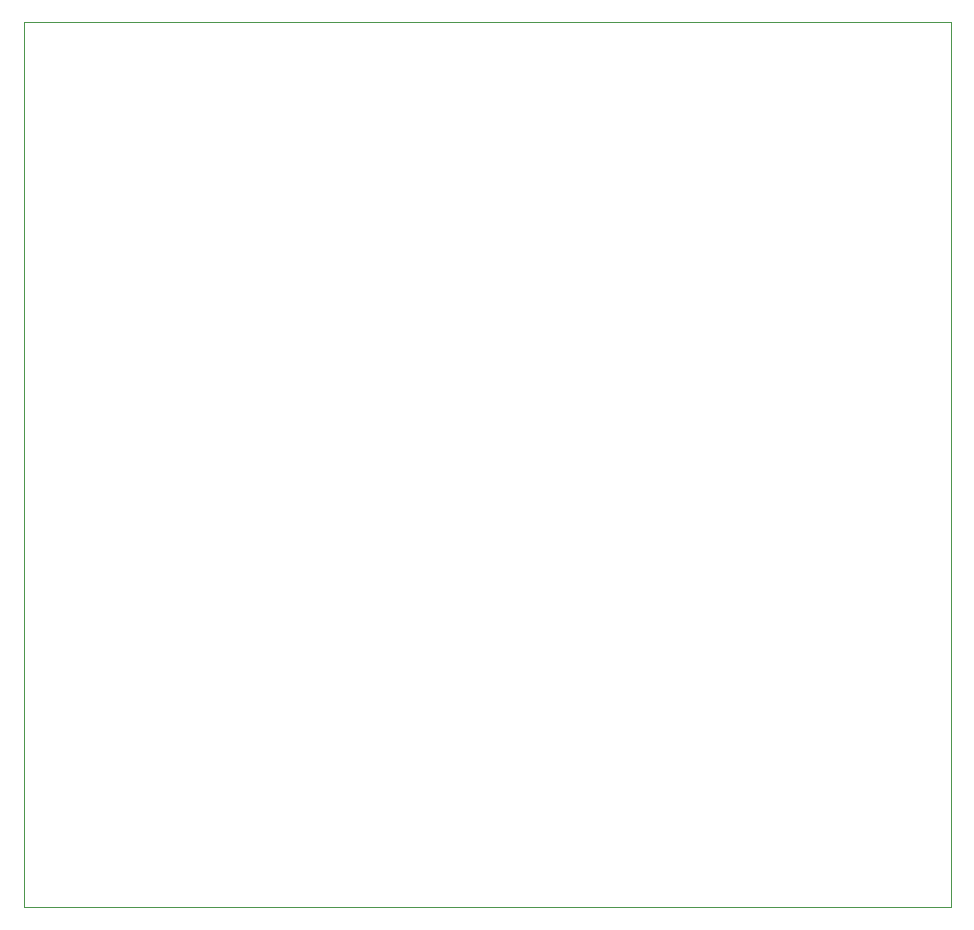
<source format=gbr>
%TF.GenerationSoftware,KiCad,Pcbnew,(6.0.7)*%
%TF.CreationDate,2023-04-05T20:56:44+02:00*%
%TF.ProjectId,rlc_meter,726c635f-6d65-4746-9572-2e6b69636164,rev?*%
%TF.SameCoordinates,Original*%
%TF.FileFunction,Profile,NP*%
%FSLAX46Y46*%
G04 Gerber Fmt 4.6, Leading zero omitted, Abs format (unit mm)*
G04 Created by KiCad (PCBNEW (6.0.7)) date 2023-04-05 20:56:44*
%MOMM*%
%LPD*%
G01*
G04 APERTURE LIST*
%TA.AperFunction,Profile*%
%ADD10C,0.100000*%
%TD*%
G04 APERTURE END LIST*
D10*
X94996000Y-92202000D02*
X173482000Y-92202000D01*
X173482000Y-92202000D02*
X173482000Y-167132000D01*
X173482000Y-167132000D02*
X94996000Y-167132000D01*
X94996000Y-167132000D02*
X94996000Y-92202000D01*
M02*

</source>
